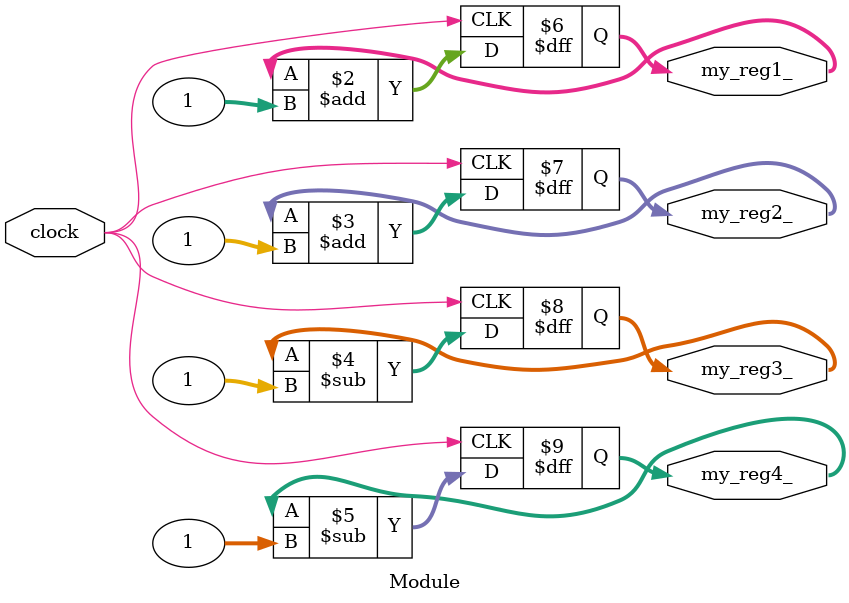
<source format=sv>
`include "metron/metron_tools.sv"


module Module
(
  // global clock
  input logic clock,
  // output registers
  output int my_reg1_,
  output int my_reg2_,
  output int my_reg3_,
  output int my_reg4_
);
/*public:*/

  always_ff @(posedge clock) begin : tick
    my_reg1_ <= my_reg1_ + 1;
    my_reg2_ <= my_reg2_ + 1;
    my_reg3_ <= my_reg3_ - 1;
    my_reg4_ <= my_reg4_ - 1;
  end

endmodule

</source>
